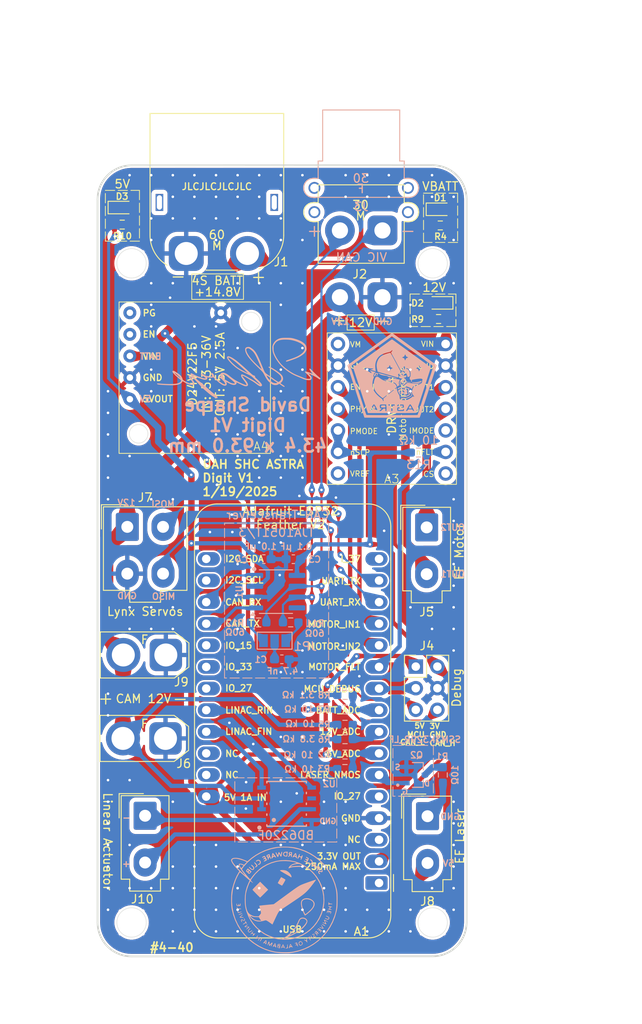
<source format=kicad_pcb>
(kicad_pcb (version 20241229) (generator "pcbnew") (generator_version "9.0")
  (title_block (title "Digit ESP32 2025") (date "2025-01-19") (rev "1.2") (company "UAH SHC ASTRA") (comment 1 "Created by David Sharpe"))
  (layers (0 "F.Cu" signal) (2 "B.Cu" signal) (13 "F.Paste" user) (15 "B.Paste" user) (5 "F.SilkS" user "F.Silkscreen") (7 "B.SilkS" user "B.Silkscreen") (1 "F.Mask" user) (3 "B.Mask" user) (25 "Edge.Cuts" user))
  (net 0 "")
  (net 1 "/BATT_ADC")
  (net 2 "/5V_ADC")
  (net 4 "+3.3V")
  (net 5 "/LASER_NMOS")
  (net 6 "/UART_MOSI")
  (net 7 "/MOTOR_FLT")
  (net 9 "/I2C_SDA")
  (net 13 "/CAN_TX")
  (net 14 "/12V_ADC")
  (net 15 "/I2C_SCL")
  (net 16 "/CAN_RX")
  (net 18 "GND")
  (net 19 "/UART_MISO")
  (net 20 "+5V")
  (net 21 "+BATT")
  (net 22 "+12V")
  (net 23 "/CAN_H")
  (net 24 "/CAN_L")
  (net 25 "Net-(Q2-Pad3)")
  (net 26 "Net-(JP1-C)")
  (net 27 "Net-(D1-A)")
  (net 28 "Net-(D2-A)")
  (net 29 "Net-(D3-A)")
  (net 30 "Net-(JP1-A)")
  (net 31 "Net-(JP1-B)")
  (net 32 "Net-(J8-Pin_1)")
  (net 35 "/MOTOR_IN2")
  (net 36 "/MOTOR_IN1")
  (net 39 "/MOTOR_OUT1")
  (net 41 "/MOTOR_OUT2")
  (net 44 "/MCU_DEBUG")
  (net 48 "/LINAC_RIN")
  (net 49 "/LINAC_FIN")
  (net 50 "/LINAC_NEG")
  (net 51 "/LINAC_POS")
  (footprint "Digit:DRV8874" (layer "F.Cu") (at 51.47 71.94)
    (property "Reference" "A3")
    (property "Value" "DRV8874")
  )
  (footprint "Module:Adafruit_Feather" (layer "F.Cu") (at 57.57 118.805 180)
    (property "Reference" "A1")
    (property "Value" "Adafruit Feather ESP32 V2")
  )
  (footprint "Connector_AMASS:AMASS_XT30U-F_1x02_P5.0mm_Vertical" (layer "F.Cu") (at 32.5 92 180)
    (property "Reference" "J9")
    (property "Value" "CAM 12V")
  )
  (footprint "Connector_AMASS:AMASS_XT60PW-M_1x02_P7.20mm_Horizontal" (layer "F.Cu") (at 34.9 44.8)
    (property "Reference" "J1" (hide yes))
    (property "Value" "4s Batt" (hide yes))
  )
  (footprint "Digit:4-40 Mounting Hole" (layer "F.Cu") (at 63.875 45.955 -90)
    (property "Reference" "REF**" (hide yes))
    (property "Value" "4-40 Mounting Hole" (hide yes))
    (fp_circle (center 0 0) (end 1.725 0) (stroke (width 0.05)) (fill no) (layer "Edge.Cuts"))
  )
  (footprint "Digit:4-40 Mounting Hole" (layer "F.Cu") (at 63.875 123.445 -90)
    (property "Reference" "REF**" (hide yes))
    (property "Value" "4-40 Mounting Hole" (hide yes))
    (fp_circle (center 0 0) (end 1.725 0) (stroke (width 0.05)) (fill no) (layer "Edge.Cuts"))
  )
  (footprint "Connector_Molex:Molex_Mini-Fit_Jr_5566-02A_2x01_P4.20mm_Vertical" (layer "F.Cu") (at 63.17 77)
    (property "Reference" "J5")
    (property "Value" "EF Motor")
  )
  (footprint "LED_SMD:LED_0603_1608Metric_Pad1.05x0.95mm_HandSolder" (layer "F.Cu") (at 27.37 39.4)
    (property "Reference" "D3")
    (property "Value" "5V")
  )
  (footprint "Connector_PinHeader_2.54mm:PinHeader_2x03_P2.54mm_Vertical" (layer "F.Cu") (at 61.889564 93.366282)
    (property "Reference" "J4")
    (property "Value" "Debug")
  )
  (footprint "Digit:4-40 Mounting Hole" (layer "F.Cu") (at 28.47 45.955 90)
    (property "Reference" "REF**" (hide yes))
    (property "Value" "4-40 Mounting Hole" (hide yes))
    (fp_circle (center 0 0) (end 1.725 0) (stroke (width 0.05)) (fill no) (layer "Edge.Cuts"))
  )
  (footprint "Digit:D24V22Fx" (layer "F.Cu") (at 44.8 50.5 -90)
    (property "Reference" "A4")
    (property "Value" "D24V22F5")
    (fp_circle (center 15.5 15.5) (end 16.59 15.5) (stroke (width 0.05)) (fill no) (layer "Edge.Cuts"))
    (fp_circle (center 2.3 2.3) (end 3.39 2.3) (stroke (width 0.05)) (fill no) (layer "Edge.Cuts"))
  )
  (footprint "Digit:4-40 Mounting Hole" (layer "F.Cu") (at 28.47 123.445 90)
    (property "Reference" "REF**" (hide yes))
    (property "Value" "4-40" (hide yes))
    (fp_circle (center 0 0) (end 1.725 0) (stroke (width 0.05)) (fill no) (layer "Edge.Cuts"))
  )
  (footprint "Resistor_SMD:R_0603_1608Metric_Pad0.98x0.95mm_HandSolder" (layer "F.Cu") (at 64.57 52.505 180)
    (property "Reference" "R9")
    (property "Value" "R_12V" (hide yes))
  )
  (footprint "LED_SMD:LED_0603_1608Metric_Pad1.05x0.95mm_HandSolder" (layer "F.Cu") (at 64.595 50.605 180)
    (property "Reference" "D2")
    (property "Value" "12V")
  )
  (footprint "Connector_AMASS:AMASS_XT30U-F_1x02_P5.0mm_Vertical" (layer "F.Cu") (at 32.46 101.81 180)
    (property "Reference" "J6")
    (property "Value" "Cam 1 Pwr Conn" (hide yes))
  )
  (footprint "Resistor_SMD:R_0603_1608Metric_Pad0.98x0.95mm_HandSolder" (layer "F.Cu") (at 64.77 41.505)
    (property "Reference" "R4")
    (property "Value" "R_BATT" (hide yes))
  )
  (footprint "Connector_Molex:Molex_Mini-Fit_Jr_5566-02A_2x01_P4.20mm_Vertical" (layer "F.Cu") (at 63.27 110.955)
    (property "Reference" "J8")
    (property "Value" "EF Laser")
  )
  (footprint "Resistor_SMD:R_0603_1608Metric_Pad0.98x0.95mm_HandSolder" (layer "F.Cu") (at 27.37 41.405)
    (property "Reference" "R10")
    (property "Value" "R_5V" (hide yes))
  )
  (footprint "Connector_Molex:Molex_Mini-Fit_Jr_5566-02A_2x01_P4.20mm_Vertical" (layer "F.Cu") (at 30.06 110.9)
    (property "Reference" "J10")
    (property "Value" "Linear Actuator")
  )
  (footprint "Connector_AMASS:AMASS_XT30PW-M_1x02_P2.50mm_Horizontal" (layer "F.Cu") (at 57.97 49.94)
    (property "Reference" "J2")
    (property "Value" "12V")
  )
  (footprint "LED_SMD:LED_0603_1608Metric_Pad1.05x0.95mm_HandSolder" (layer "F.Cu") (at 64.77 39.605)
    (property "Reference" "D1")
    (property "Value" "VBATT")
  )
  (footprint "Connector_Molex:Molex_Mini-Fit_Jr_5566-04A_2x02_P4.20mm_Vertical" (layer "F.Cu") (at 27.97 76.94)
    (property "Reference" "J7")
    (property "Value" "Lynx Servos")
  )
  (footprint "Libraries:SOTFL95P240X88-3N" (layer "B.Cu") (at 61.87 106.105)
    (property "Reference" "Q2")
    (property "Value" "SSM3K329R_LF")
  )
  (footprint "Digit:SOP8_ROM" (layer "B.Cu") (at 46.7 109.5)
    (property "Reference" "U2")
    (property "Value" "BD6220F")
  )
  (footprint "Resistor_SMD:R_0603_1608Metric_Pad0.98x0.95mm_HandSolder" (layer "B.Cu") (at 47.18 88.17)
    (property "Reference" "R11")
    (property "Value" "60Ω")
  )
  (footprint "Capacitor_SMD:C_0603_1608Metric_Pad1.08x0.95mm_HandSolder" (layer "B.Cu") (at 46.14 92.51 180)
    (property "Reference" "C1")
    (property "Value" "4.7 nF")
  )
  (footprint "Resistor_SMD:R_0603_1608Metric_Pad0.98x0.95mm_HandSolder" (layer "B.Cu") (at 53.57 103.705)
    (property "Reference" "R2")
    (property "Value" "10 kΩ")
  )
  (footprint "LOGO" (layer "B.Cu") (at 46.19 120.86 180)
    (property "Reference" "G***" (hide yes))
    (property "Value" "LOGO" (hide yes))
  )
  (footprint "LOGO" (layer "B.Cu") (at 40.524303 58.239572 180)
    (property "Reference" "G***" (hide yes))
    (property "Value" "LOGO" (hide yes))
  )
  (footprint "Capacitor_SMD:C_0603_1608Metric_Pad1.08x0.95mm_HandSolder" (layer "B.Cu") (at 47.49 80.74)
    (property "Reference" "C3")
    (property "Value" "0.1 μF")
  )
  (footprint "Resistor_SMD:R_0603_1608Metric_Pad0.98x0.95mm_HandSolder" (layer "B.Cu") (at 62.22 68.205)
    (property "Reference" "R13")
    (property "Value" "10 kΩ")
  )
  (footprint "Resistor_SMD:R_0603_1608Metric_Pad0.98x0.95mm_HandSolder" (layer "B.Cu") (at 53.57 96.705 180)
    (property "Reference" "R8")
    (property "Value" "3.1 kΩ")
  )
  (footprint "Jumper:SolderJumper-3_P1.3mm_Open_Pad1.0x1.5mm" (layer "B.Cu") (at 45.29 90.32 180)
    (property "Reference" "JP1")
    (property "Value" "CAN Term Jmp")
  )
  (footprint "Connector_AMASS:AMASS_XT30PW-F_1x02_P2.50mm_Horizontal" (layer "B.Cu") (at 57.97 42.09 180)
    (property "Reference" "J3")
    (property "Value" "VIC CAN")
  )
  (footprint "Resistor_SMD:R_0603_1608Metric_Pad0.98x0.95mm_HandSolder" (layer "B.Cu") (at 65.07 106.105 -90)
    (property "Reference" "R1")
    (property "Value" "10Ω")
  )
  (footprint "Resistor_SMD:R_0603_1608Metric_Pad0.98x0.95mm_HandSolder" (layer "B.Cu") (at 43.41 88.18)
    (property "Reference" "R12")
    (property "Value" "60Ω")
  )
  (footprint "Resistor_SMD:R_0603_1608Metric_Pad0.98x0.95mm_HandSolder" (layer "B.Cu") (at 53.57 101.905 180)
    (property "Reference" "R6")
    (property "Value" "3.8 kΩ")
  )
  (footprint "Resistor_SMD:R_0603_1608Metric_Pad0.98x0.95mm_HandSolder" (layer "B.Cu") (at 53.57 98.405)
    (property "Reference" "R7")
    (property "Value" "10 kΩ")
  )
  (footprint "Capacitor_SMD:C_0603_1608Metric_Pad1.08x0.95mm_HandSolder" (layer "B.Cu") (at 44.02 80.73)
    (property "Reference" "C4")
    (property "Value" "1.0 μF")
  )
  (footprint "Digit:ASTRA_Logo_11mm" (layer "B.Cu") (at 59.1 59 180)
    (property "Reference" "G***" (hide yes))
    (property "Value" "LOGO" (hide yes))
  )
  (footprint "Resistor_SMD:R_0603_1608Metric_Pad0.98x0.95mm_HandSolder" (layer "B.Cu") (at 53.57 100.205)
    (property "Reference" "R5")
    (property "Value" "10 kΩ")
  )
  (footprint "Package_SO:SOIC-8_3.9x4.9mm_P1.27mm" (layer "B.Cu") (at 45.445 84.555)
    (property "Reference" "U1")
    (property "Value" "TJA1051T/3")
  )
  (footprint "Resistor_SMD:R_0603_1608Metric_Pad0.98x0.95mm_HandSolder" (layer "B.Cu") (at 53.5575 105.405 180)
    (property "Reference" "R3")
    (property "Value" "10 kΩ")
  )
  (gr_rect (start 62.8 37.71) (end 66.81 43.5) (stroke (width 0.1) (type dash)) (fill no) (layer "F.SilkS"))
  (gr_rect (start 53.82 52.03) (end 57 53.8) (stroke (width 0.1)) (fill no) (layer "F.SilkS"))
  (gr_rect (start 25.39 37.38) (end 29.4 43.35) (stroke (width 0.1) (type dash)) (fill no) (layer "F.SilkS"))
  (gr_rect (start 61.22 49.57) (end 66.61 53.39) (stroke (width 0.1) (type dash)) (fill no) (layer "F.SilkS"))
  (gr_rect (start 35.55 47.2) (end 41.63 50.2) (stroke (width 0.1)) (fill no) (layer "F.SilkS"))
  (gr_rect (start 39.4 76.5) (end 51.64 94.71) (stroke (width 0.1) (type dash)) (fill no) (layer "B.SilkS"))
  (gr_circle (center 42.9 81.9) (end 43.1 81.9) (stroke (width 0.1)) (fill yes) (layer "B.SilkS"))
  (gr_circle (center 43.5 112.3) (end 43.7 112.3) (stroke (width 0.1)) (fill yes) (layer "B.SilkS"))
  (gr_rect (start 40.61 106.44) (end 52.6 113.99) (stroke (width 0.1) (type dash)) (fill no) (layer "B.SilkS"))
  (gr_rect (start 59.2 102.63) (end 63.96 108.6) (stroke (width 0.1) (type dash)) (fill no) (layer "B.SilkS"))
  (gr_arc (start 67.866572 123.425) (mid 66.697976 126.250436) (end 63.875 127.424963) (stroke (width 0.2)) (layer "Edge.Cuts"))
  (gr_line (start 24.47 38.44) (end 24.47 123.44) (stroke (width 0.2)) (layer "Edge.Cuts"))
  (gr_arc (start 28.47 127.44) (mid 25.641573 126.268427) (end 24.47 123.44) (stroke (width 0.2)) (layer "Edge.Cuts"))
  (gr_line (start 63.866573 34.425) (end 28.47 34.44) (stroke (width 0.2)) (layer "Edge.Cuts"))
  (gr_arc (start 63.866573 34.425027) (mid 66.694998 35.596582) (end 67.866573 38.425) (stroke (width 0.2)) (layer "Edge.Cuts"))
  (gr_line (start 63.875 127.425) (end 28.47 127.44) (stroke (width 0.2)) (layer "Edge.Cuts"))
  (gr_line (start 67.866573 123.425) (end 67.866573 38.425) (stroke (width 0.2)) (layer "Edge.Cuts"))
  (gr_arc (start 24.47 38.44) (mid 25.641573 35.611573) (end 28.47 34.44) (stroke (width 0.2)) (layer "Edge.Cuts"))
  (gr_text "UART_RX" (at 55.5 85.8 0) (layer "F.SilkS") (effects (font (size 0.75 0.75) (thickness 0.15) (bold yes)) (justify right)))
  (gr_text "4S BATT" (at 38.55 48 0) (layer "F.SilkS") (effects (font (size 1 1))))
  (gr_text "MCU" (at 63.03 101.74 0) (layer "F.SilkS") (effects (font (size 0.64 0.64) (thickness 0.15) (bold yes)) (justify right bottom)))
  (gr_text "JLCJLCJLCJLC" (at 38.5 37.4 0) (layer "F.SilkS") (effects (font (size 0.8 0.8) (thickness 0.15) (bold yes)) (justify bottom)))
  (gr_text "NC" (at 39.4 106.1 0) (layer "F.SilkS") (effects (font (size 0.75 0.75) (thickness 0.15) (bold yes)) (justify left)))
  (gr_text "MCU_DEBUG" (at 55.5 96 0) (layer "F.SilkS") (effects (font (size 0.75 0.75) (thickness 0.15) (bold yes)) (justify right)))
  (gr_text "MOTOR_IN2" (at 55.5 91 0) (layer "F.SilkS") (effects (font (size 0.75 0.75) (thickness 0.15) (bold yes)) (justify right)))
  (gr_text "3V" (at 63.43 100.74 0) (layer "F.SilkS") (effects (font (size 0.64 0.64) (thickness 0.15) (bold yes)) (justify left bottom)))
  (gr_text "I_37" (at 55.5 80.7 0) (layer "F.SilkS") (effects (font (size 0.75 0.75) (thickness 0.15) (bold yes)) (justify right)))
  (gr_text "EN" (at 29.7 54.3 0) (layer "F.SilkS") (effects (font (size 0.75 0.75) (thickness 0.15) (bold yes)) (justify left)))
  (gr_text "LASER_NMOS" (at 55.5 106.1 0) (layer "F.SilkS") (effects (font (size 0.75 0.75) (thickness 0.15) (bold yes)) (justify right)))
  (gr_text "BATT_ADC" (at 55.5 98.5 0) (layer "F.SilkS") (effects (font (size 0.75 0.75) (thickness 0.15) (bold yes)) (justify right)))
  (gr_text "#4-40" (at 30.52 125.8 0) (layer "F.SilkS") (effects (font (size 1 1) (thickness 0.2) (bold yes)) (justify left top)))
  (gr_text "GND" (at 55.5 111.2 0) (layer "F.SilkS") (effects (font (size 0.75 0.75) (thickness 0.15) (bold yes)) (justify right)))
  (gr_text "VIN" (at 29.7 56.9 0) (layer "F.SilkS") (effects (font (size 0.75 0.75) (thickness 0.15) (bold yes)) (justify left)))
  (gr_text "3.3V OUT\n250mA MAX" (at 55.52 116.27 0) (layer "F.SilkS") (effects (font (size 0.75 0.75) (thickness 0.15) (bold yes)) (justify right)))
  (gr_text "UAH SHC ASTRA\nDigit V1\n1/19/2025" (at 36.7 69 0) (layer "F.SilkS") (effects (font (size 1 1) (thickness 0.2) (bold yes)) (justify left top)))
  (gr_text "12V_ADC" (at 55.5 101 0) (layer "F.SilkS") (effects (font (size 0.75 0.75) (thickness 0.15) (bold yes)) (justify right)))
  (gr_text "CAN_H" (at 63.43 102.74 0) (layer "F.SilkS") (effects (font (size 0.64 0.64) (thickness 0.15) (bold yes)) (justify left bottom)))
  (gr_text "I2C_SCL" (at 39.4 83.2 0) (layer "F.SilkS") (effects (font (size 0.75 0.75) (thickness 0.15) (bold yes)) (justify left)))
  (gr_text "IO_27" (at 39.4 95.9 0) (layer "F.SilkS") (effects (font (size 0.75 0.75) (thickness 0.15) (bold yes)) (justify left)))
  (gr_text "CAN_RX" (at 39.4 85.8 0) (layer "F.SilkS") (effects (font (size 0.75 0.75) (thickness 0.15) (bold yes)) (justify left)))
  (gr_text "USB" (at 47.37 124.705 0) (layer "F.SilkS") (effects (font (size 0.75 0.75) (thickness 0.15) (bold yes)) (justify bottom)))
  (gr_text "NC" (at 55.5 113.7 0) (layer "F.SilkS") (effects (font (size 0.75 0.75) (thickness 0.15) (bold yes)) (justify right)))
  (gr_text "5VOUT" (at 29.7 61.9 0) (layer "F.SilkS") (effects (font (size 0.75 0.75) (thickness 0.15) (bold yes)) (justify left)))
  (gr_text "LINAC_FIN" (at 39.4 101 0) (layer "F.SilkS") (effects (font (size 0.75 0.75) (thickness 0.15) (bold yes)) (justify left)))
  (gr_text "MOTOR_IN1" (at 55.5 88.4 0) (layer "F.SilkS") (effects (font (size 0.75 0.75) (thickness 0.15) (bold yes)) (justify right)))
  (gr_text "IO_15" (at 39.4 90.9 0) (layer "F.SilkS") (effects (font (size 0.75 0.75) (thickness 0.15) (bold yes)) (justify left)))
  (gr_text "F" (at 30 100.1 0) (layer "F.SilkS") (effects (font (size 1 1) (thickness 0.15) (bold yes))))
  (gr_text "Adafruit ESP32\nFeather V2" (at 47.18 75.89 0) (layer "F.SilkS") (effects (font (size 1 1))))
  (gr_text "F" (at 30 90.2 0) (layer "F.SilkS") (effects (font (size 1 1) (thickness 0.15) (bold yes))))
  (gr_text "UART_TX" (at 55.5 83.3 0) (layer "F.SilkS") (effects (font (size 0.75 0.75) (thickness 0.15) (bold yes)) (justify right)))
  (gr_text "IN: 5.3-36V\nOUT: 5V 2.5A" (at 38.08 59 90) (layer "F.SilkS") (effects (font (size 1 1))))
  (gr_text "GND" (at 63.43 101.74 0) (layer "F.SilkS") (effects (font (size 0.64 0.64) (thickness 0.15) (bold yes)) (justify left bottom)))
  (gr_text "MOTOR_FLT" (at 55.5 93.4 0) (layer "F.SilkS") (effects (font (size 0.75 0.75) (thickness 0.15) (bold yes)) (justify right)))
  (gr_text "CAN_L" (at 63.03 102.64 0) (layer "F.SilkS") (effects (font (size 0.64 0.64) (thickness 0.15) (bold yes)) (justify right bottom)))
  (gr_text "IO_27" (at 55.5 108.6 0) (layer "F.SilkS") (effects (font (size 0.75 0.75) (thickness 0.15) (bold yes)) (justify right)))
  (gr_text "GND" (at 29.7 59.4 0) (layer "F.SilkS") (effects (font (size 0.75 0.75) (thickness 0.15) (bold yes)) (justify left)))
  (gr_text "M" (at 55.4 40.4 0) (layer "F.SilkS") (effects (font (size 1 1) (thickness 0.15) (bold yes))))
  (gr_text "NC" (at 39.4 103.6 0) (layer "F.SilkS") (effects (font (size 0.75 0.75) (thickness 0.15) (bold yes)) (justify left)))
  (gr_text "5V" (at 63.01 100.7 0) (layer "F.SilkS") (effects (font (size 0.64 0.64) (thickness 0.15) (bold yes)) (justify right bottom)))
  (gr_text "CAN_TX" (at 39.4 88.3 0) (layer "F.SilkS") (effects (font (size 0.75 0.75) (thickness 0.15) (bold yes)) (justify left)))
  (gr_text "IO_33" (at 39.4 93.4 0) (layer "F.SilkS") (effects (font (size 0.75 0.75) (thickness 0.15) (bold yes)) (justify left)))
  (gr_text "M" (at 38.5 43.9 0) (layer "F.SilkS") (effects (font (size 1 1) (thickness 0.15) (bold yes))))
  (gr_text "PG" (at 29.7 51.8 0) (layer "F.SilkS") (effects (font (size 0.75 0.75) (thickness 0.15) (bold yes)) (justify left)))
  (gr_text "5V_ADC" (at 55.5 103.6 0) (layer "F.SilkS") (effects (font (size 0.75 0.75) (thickness 0.15) (bold yes)) (justify right)))
  (gr_text "30" (at 55.4 39.1 0) (layer "F.SilkS") (effects (font (size 1 1) (thickness 0.15) (bold yes))))
  (gr_text "+14.8V" (at 38.58 49.33 0) (layer "F.SilkS") (effects (font (size 1 1))))
  (gr_text "60" (at 38.5 42.6 0) (layer "F.SilkS") (effects (font (size 1 1) (thickness 0.15) (bold yes))))
  (gr_text "I2C_SDA" (at 39.4 80.7 0) (layer "F.SilkS") (effects (font (size 0.75 0.75) (thickness 0.15) (bold yes)) (justify left)))
  (gr_text "LINAC_RIN" (at 39.4 98.5 0) (layer "F.SilkS") (effects (font (size 0.75 0.75) (thickness 0.15) (bold yes)) (justify left)))
  (gr_text "5V 1A IN" (at 39.25 108.76 0) (layer "F.SilkS") (effects (font (size 0.75 0.75) (thickness 0.15) (bold yes)) (justify left)))
  (gr_text "David Sharpe\nDigit V1\n43.4 x 93.0 mm" (at 42.11 61.7 0) (layer "B.SilkS") (effects (font (size 1.5 1.5) (thickness 0.3) (bold yes)) (justify top mirror)))
  (gr_text "MOSI" (at 32.17 74.27 0) (layer "B.SilkS") (effects (font (size 0.75 0.75) (thickness 0.15) (bold yes)) (justify mirror)))
  (gr_text "MISO" (at 32.24 85.12 0) (layer "B.SilkS") (effects (font (size 0.75 0.75) (thickness 0.15) (bold yes)) (justify mirror)))
  (gr_text "D" (at 63.21 107.11 0) (layer "B.SilkS") (effects (font (size 0.64 0.64) (thickness 0.15) (bold yes)) (justify mirror)))
  (gr_text "-" (at 27.86 111.12 0) (layer "B.SilkS") (effects (font (size 0.75 0.75) (thickness 0.15) (bold yes)) (justify mirror)))
  (gr_text "30" (at 55.43 35.97 0) (layer "B.SilkS") (effects (font (size 1 1) (thickness 0.15) (bold yes)) (justify mirror)))
  (gr_text "GND" (at 50.48 111.16 0) (layer "B.SilkS") (effects (font (size 0.64 0.64) (thickness 0.15) (bold yes)) (justify right top mirror)))
  (gr_text "GND" (at 58 52.8 0) (layer "B.SilkS") (effects (font (size 0.75 0.75) (thickness 0.15) (bold yes)) (justify mirror)))
  (gr_text "12V" (at 27.86 74.1 0) (layer "B.SilkS") (effects (font (size 0.75 0.75) (thickness 0.15) (bold yes)) (justify mirror)))
  (gr_text "OUT2" (at 64.7 77 0) (layer "B.SilkS") (effects (font (size 0.75 0.75) (thickness 0.15) (bold yes)) (justify right mirror)))
  (gr_text "GND" (at 27.94 85.05 0) (layer "B.SilkS") (effects (font (size 0.75 0.75) (thickness 0.15) (bold yes)) (justify mirror)))
  (gr_text "S" (at 59.75 105.13 180) (layer "B.SilkS") (effects (font (size 0.64 0.64) (thickness 0.15) (bold yes)) (justify mirror)))
  (gr_text "F" (at 55.4 37.2 0) (layer "B.SilkS") (effects (font (size 1 1) (thickness 0.15) (bold yes)) (justify mirror)))
  (gr_text "+" (at 27.84 116.54 0) (layer "B.SilkS") (effects (font (size 0.75 0.75) (thickness 0.15) (bold yes)) (justify mirror)))
  (gr_text "CAN Transceiver" (at 45.67 76.12 0) (layer "B.SilkS") (effects (font (size 1 1)) (justify bottom mirror)))
  (gr_text "G" (at 60.63 108.08 0) (layer "B.SilkS") (effects (font (size 0.64 0.64) (thickness 0.15) (bold yes)) (justify mirror)))
  (gr_text "5V" (at 30.1 61.9 0) (layer "B.SilkS") (effects (font (size 0.75 0.75) (thickness 0.15) (bold yes)) (justify mirror)))
  (gr_text "GND" (at 64.7 111 0) (layer "B.SilkS") (effects (font (size 0.75 0.75) (thickness 0.15) (bold yes)) (justify right mirror)))
  (gr_text "BATT" (at 30.7 56.9 0) (layer "B.SilkS") (effects (font (size 0.75 0.75) (thickness 0.15) (bold yes)) (justify mirror)))
  (gr_text "5V" (at 64.97 116.49 0) (layer "B.SilkS") (effects (font (size 0.75 0.75) (thickness 0.15) (bold yes)) (justify right mirror)))
  (gr_text "OUT1" (at 64.7 82.5 0) (layer "B.SilkS") (effects (font (size 0.75 0.75) (thickness 0.15) (bold yes)) (justify right mirror)))
  (gr_text "12V" (at 53 52.8 0) (layer "B.SilkS") (effects (font (size 0.75 0.75) (thickness 0.15) (bold yes)) (justify mirror)))
  (segment (start 54.4825 96.705) (end 54.4825 98.405) (width 0.5) (layer "B.Cu") (net 1))
  (segment (start 54.4825 98.405) (end 57.49 98.405) (width 0.5) (layer "B.Cu") (net 1))
  (segment (start 57.49 98.405) (end 57.57 98.485) (width 0.5) (layer "B.Cu") (net 1))
  (segment (start 54.4825 105.3925) (end 54.47 105.405) (width 0.5) (layer "B.Cu") (net 2))
  (segment (start 54.4825 103.705) (end 54.4825 105.3925) (width 0.5) (layer "B.Cu") (net 2))
  (segment (start 57.57 103.565) (end 54.6225 103.565) (width 0.5) (layer "B.Cu") (net 2))
  (segment (start 54.6225 103.565) (end 54.4825 103.705) (width 0.5) (layer "B.Cu") (net 2))
  (segment (start 60.4 108.66) (end 60.4 113.435) (width 0.5) (layer "F.Cu") (net 4))
  (segment (start 56.5 79) (end 58.1 79) (width 0.5) (layer "F.Cu") (net 4))
  (segment (start 58.1 79) (end 59.2 80.1) (width 0.5) (layer "F.Cu") (net 4))
  (segment (start 59.2 88.136718) (end 64.429564 93.366282) (width 0.5) (layer "F.Cu") (net 4))
  (segment (start 64.429564 93.366282) (end 65.92 94.856718) (width 0.5) (layer "F.Cu") (net 4))
  (segment (start 65.92 94.856718) (end 65.92 103.14) (width 0.5) (layer "F.Cu") (net 4))
  (segment (start 60.4 113.435) (end 57.57 116.265) (width 0.5) (layer "F.Cu") (net 4))
  (segment (start 65.92 103.14) (end 60.4 108.66) (width 0.5) (layer "F.Cu") (net 4))
  (segment (start 59.2 80.1) (end 59.2 88.136718) (width 0.5) (layer "F.Cu") (net 4))
  (via (at 56.5 79) (size 0.75) (drill 0.3) (layers "F.Cu" "B.Cu") (net 4))
  (segment (start 61.3075 68.205) (end 56.9 68.205) (width 0.5) (layer "B.Cu") (net 4))
  (segment (start 56.5 68.7) (end 56.5 68.205) (width 0.5) (layer "B.Cu") (net 4))
  (segment (start 56.5 68.205) (end 56.1 68.205) (width 0.5) (layer "B.Cu") (net 4))
  (segment (start 56.5 68.605) (end 56.9 68.205) (width 0.5) (layer "B.Cu") (net 4))
  (segment (start 56.5 68.605) (end 56.1 68.205) (width 0.5) (layer "B.Cu") (net 4))
  (segment (start 52.815 68.205) (end 52.74 68.13) (width 0.5) (layer "B.Cu") (net 4))
  (segment (start 56.5 68.7) (end 56.5 68.605) (width 0.5) (layer "B.Cu") (net 4))
  (segment (start 56.5 79) (end 56.5 68.7) (width 0.5) (layer "B.Cu") (net 4))
  (segment (start 56.9 68.205) (end 56.5 68.205) (width 0.5) (layer "B.Cu") (net 4))
  (segment (start 47.92 81.1725) (end 47.92 82.65) (width 0.5) (layer "B.Cu") (net 4))
  (segment (start 52.74 68.13) (end 52.74 65.6) (width 0.5) (layer "B.Cu") (net 4))
  (segment (start 56.1 68.205) (end 52.815 68.205) (width 0.5) (layer "B.Cu") (net 4))
  (segment (start 56.5 79) (end 50.0925 79) (width 0.5) (layer "B.Cu") (net 4))
  (segment (start 48.3525 80.74) (end 47.92 81.1725) (width 0.5) (layer "B.Cu") (net 4))
  (segment (start 50.0925 79) (end 48.3525 80.74) (width 0.5) (layer "B.Cu") (net 4))
  (segment (start 60.785 107.055) (end 58.52 107.055) (width 0.5) (layer "B.Cu") (net 5))
  (segment (start 58.52 107.055) (end 57.57 106.105) (width 0.5) (layer "B.Cu") (net 5))
  (segment (start 52.8 75.4) (end 52.8 79.935) (width 0.25) (layer "F.Cu") (net 6))
  (segment (start 52.8 79.935) (end 53.07 80.205) (width 0.25) (layer "F.Cu") (net 6))
  (via (at 53.07 80.205) (size 0.75) (drill 0.3) (layers "F.Cu" "B.Cu") (net 6))
  (via (at 52.8 75.4) (size 0.75) (drill 0.3) (layers "F.Cu" "B.Cu") (net 6))
  (segment (start 53.07 80.205) (end 56.11 83.245) (width 0.25) (layer "B.Cu") (net 6))
  (segment (start 34.68 74.43) (end 32.17 76.94) (width 0.25) (layer "B.Cu") (net 6))
  (segment (start 52.8 75.4) (end 51.83 74.43) (width 0.25) (layer "B.Cu") (net 6))
  (segment (start 51.83 74.43) (end 34.68 74.43) (width 0.25) (layer "B.Cu") (net 6))
  (segment (start 56.11 83.245) (end 57.57 83.245) (width 0.25) (layer "B.Cu") (net 6))
  (segment (start 60 90.975) (end 57.57 93.405) (width 0.5) (layer "B.Cu") (net 7))
  (segment (start 65.4 68.13) (end 63.2075 68.13) (width 0.5) (layer "B.Cu") (net 7))
  (segment (start 63.1325 68.205) (end 63.1325 69.5425) (width 0.5) (layer "B.Cu") (net 7))
  (segment (start 63.1325 69.5425) (end 60 72.675) (width 0.5) (layer "B.Cu") (net 7))
  (segment (start 60 72.675) (end 60 90.975) (width 0.5) (layer "B.Cu") (net 7))
  (segment (start 63.2075 68.13) (end 63.1325 68.205) (width 0.5) (layer "B.Cu") (net 7))
  (segment (start 38.875 88.325) (end 37.25 88.325) (width 0.35) (layer "B.Cu") (net 13))
  (segment (start 42.97 86.46) (end 40.74 86.46) (width 0.35) (layer "B.Cu") (net 13))
  (segment (start 40.74 86.46) (end 38.875 88.325) (width 0.35) (layer "B.Cu") (net 13))
  (segment (start 54.4825 101.905) (end 56.69 101.905) (width 0.5) (layer "B.Cu") (net 14))
  (segment (start 54.4825 100.205) (end 54.4825 101.905) (width 0.5) (layer "B.Cu") (net 14))
  (segment (start 56.69 101.905) (end 57.57 101.025) (width 0.5) (layer "B.Cu") (net 14))
  (segment (start 54.4825 100.205) (end 54.6825 100.405) (width 0.5) (layer "B.Cu") (net 14))
  (segment (start 54.6825 101.705) (end 54.4825 101.905) (width 0.5) (layer "B.Cu") (net 14))
  (segment (start 40.385 82.65) (end 37.25 85.785) (width 0.25) (layer "B.Cu") (net 16))
  (segment (start 42.97 82.65) (end 40.385 82.65) (width 0.25) (layer "B.Cu") (net 16))
  (via (at 46.02 94.015) (size 0.75) (drill 0.3) (layers "F.Cu" "B.Cu") (net 18))
  (via (at 58.72 63.535) (size 0.75) (drill 0.3) (layers "F.Cu" "B.Cu") (net 18))
  (via (at 40.25 75.5) (size 0.75) (drill 0.3) (layers "F.Cu" "B.Cu") (net 18))
  (via (at 40.94 66.075) (size 0.75) (drill 0.3) (layers "F.Cu" "B.Cu") (net 18))
  (via (at 52.5 83.75) (size 0.75) (drill 0.3) (layers "F.Cu" "B.Cu") (net 18))
  (via (at 43.48 124.495) (size 0.75) (drill 0.3) (layers "F.Cu" "B.Cu") (net 18))
  (via (at 35.86 114.335) (size 0.75) (drill 0.3) (layers "F.Cu" "B.Cu") (net 18))
  (via (at 53.64 121.955) (size 0.75) (drill 0.3) (layers "F.Cu" "B.Cu") (net 18))
  (via (at 25.7 119.415) (size 0.75) (drill 0.3) (layers "F.Cu" "B.Cu") (net 18))
  (via (at 25.7 99.095) (size 0.75) (drill 0.3) (layers "F.Cu" "B.Cu") (net 18))
  (via (at 38.4 116.875) (size 0.75) (drill 0.3) (layers "F.Cu" "B.Cu") (net 18))
  (via (at 28.24 106.715) (size 0.75) (drill 0.3) (layers "F.Cu" "B.Cu") (net 18))
  (via (at 28.24 114.335) (size 0.75) (drill 0.3) (layers "F.Cu" "B.Cu") (net 18))
  (via (at 33.32 121.955) (size 0.75) (drill 0.3) (layers "F.Cu" "B.Cu") (net 18))
  (via (at 66.34 116.875) (size 0.75) (drill 0.3) (layers "F.Cu" "B.Cu") (net 18))
  (via (at 66.34 83.855) (size 0.75) (drill 0.3) (layers "F.Cu" "B.Cu") (net 18))
  (via (at 33.32 35.595) (size 0.75) (drill 0.3) (layers "F.Cu" "B.Cu") (net 18))
  (via (at 51.1 119.415) (size 0.75) (drill 0.3) (layers "F.Cu" "B.Cu") (net 18))
  (via (at 47.89 108.27) (size 0.75) (drill 0.3) (layers "F.Cu" "B.Cu") (net 18))
  (via (at 48.2 73.3) (size 0.75) (drill 0.3) (layers "F.Cu" "B.Cu") (net 18))
  (via (at 51.1 116.875) (size 0.75) (drill 0.3) (layers "F.Cu" "B.Cu") (net 18))
  (via (at 53.64 114.335) (size 0.75) (drill 0.3) (layers "F.Cu" "B.Cu") (net 18))
  (via (at 66.34 86.395) (size 0.75) (drill 0.3) (layers "F.Cu" "B.Cu") (net 18))
  (via (at 40.94 91.475) (size 0.75) (drill 0.3) (layers "F.Cu" "B.Cu") (net 18))
  (via (at 53.64 35.595) (size 0.75) (drill 0.3) (layers "F.Cu" "B.Cu") (net 18))
  (via (at 56.18 121.955) (size 0.75) (drill 0.3) (layers "F.Cu" "B.Cu") (net 18))
  (via (at 33.32 38.135) (size 0.75) (drill 0.3) (layers "F.Cu" "B.Cu") (net 18))
  (via (at 33.32 124.495) (size 0.75) (drill 0.3) (layers "F.Cu" "B.Cu") (net 18))
  (via (at 46.02 68.615) (size 0.75) (drill 0.3) (layers "F.Cu" "B.Cu") (net 18))
  (via (at 51.1 114.335) (size 0.75) (drill 0.3) (layers "F.Cu" "B.Cu") (net 18))
  (via (at 43.48 121.955) (size 0.75) (drill 0.3) (layers "F.Cu" "B.Cu") (net 18))
  (via (at 61.26 86.395) (size 0.75) (drill 0.3) (layers "F.Cu" "B.Cu") (net 18))
  (via (at 38.4 53.375) (size 0.75) (drill 0.3) (layers "F.Cu" "B.Cu") (net 18))
  (via (at 53.64 119.415) (size 0.75) (drill 0.3) (layers "F.Cu" "B.Cu") (net 18))
  (via (at 33.32 119.415) (size 0.75) (drill 0.3) (layers "F.Cu" "B.Cu") (net 18))
  (via (at 56.18 35.595) (size 0.75) (drill 0.3) (layers "F.Cu" "B.Cu") (net 18))
  (via (at 38.4 35.595) (size 0.75) (drill 0.3) (layers "F.Cu" "B.Cu") (net 18))
  (via (at 40.94 38.135) (size 0.75) (drill 0.3) (layers "F.Cu" "B.Cu") (net 18))
  (via (at 30.78 73.695) (size 0.75) (drill 0.3) (layers "F.Cu" "B.Cu") (net 18))
  (via (at 43.48 38.135) (size 0.75) (drill 0.3) (layers "F.Cu" "B.Cu") (net 18))
  (via (at 43.48 68.615) (size 0.75) (drill 0.3) (layers "F.Cu" "B.Cu") (net 18))
  (via (at 48.56 48.295) (size 0.75) (drill 0.3) (layers "F.Cu" "B.Cu") (net 18))
  (via (at 38.4 58.455) (size 0.75) (drill 0.3) (layers "F.Cu" "B.Cu") (net 18))
  (via (at 48.56 121.955) (size 0.75) (drill 0.3) (layers "F.Cu" "B.Cu") (net 18))
  (via (at 48.56 63.535) (size 0.75) (drill 0.3) (layers "F.Cu" "B.Cu") (net 18))
  (via (at 46.02 66.075) (size 0.75) (drill 0.3) (layers "F.Cu" "B.Cu") (net 18))
  (via (at 43.48 119.415) (size 0.75) (drill 0.3) (layers "F.Cu" "B.Cu") (net 18))
  (via (at 35.86 38.135) (size 0.75) (drill 0.3) (layers "F.Cu" "B.Cu") (net 18))
  (via (at 48.56 124.495) (size 0.75) (drill 0.3) (layers "F.Cu" "B.Cu") (net 18))
  (via (at 38.4 119.415) (size 0.75) (drill 0.3) (layers "F.Cu" "B.Cu") (net 18))
  (via (at 46.02 124.495) (size 0.75) (drill 0.3) (layers "F.Cu" "B.Cu") (net 18))
  (via (at 58.72 121.955) (size 0.75) (drill 0.3) (layers "F.Cu" "B.Cu") (net 18))
  (via (at 48.56 71.155) (size 0.75) (drill 0.3) (layers "F.Cu" "B.Cu") (net 18))
  (via (at 25.7 111.795) (size 0.75) (drill 0.3) (layers "F.Cu" "B.Cu") (net 18))
  (via (at 33.32 48.295) (size 0.75) (drill 0.3) (layers "F.Cu" "B.Cu") (net 18))
  (via (at 43.48 48.295) (size 0.75) (drill 0.3) (layers "F.Cu" "B.Cu") (net 18))
  (via (at 25.7 68.615) (size 0.75) (drill 0.3) (layers "F.Cu" "B.Cu") (net 18))
  (via (at 46.02 50.835) (size 0.75) (drill 0.3) (layers "F.Cu" "B.Cu") (net 18))
  (via (at 33.32 109.255) (size 0.75) (drill 0.3) (layers "F.Cu" "B.Cu") (net 18))
  (via (at 66.34 114.335) (size 0.75) (drill 0.3) (layers "F.Cu" "B.Cu") (net 18))
  (via (at 40.94 124.495) (size 0.75) (drill 0.3) (layers "F.Cu" "B.Cu") (net 18))
  (via (at 28.24 86.395) (size 0.75) (drill 0.3) (layers "F.Cu" "B.Cu") (net 18))
  (via (at 53.64 116.875) (size 0.75) (drill 0.3) (layers "F.Cu" "B.Cu") (net 18))
  (via (at 58.72 66.075) (size 0.75) (drill 0.3) (layers "F.Cu" "B.Cu") (net 18))
  (via (at 63.8 35.595) (size 0.75) (drill 0.3) (layers "F.Cu" "B.Cu") (net 18))
  (via (at 40.94 81.315) (size 0.75) (drill 0.3) (layers "F.Cu" "B.Cu") (net 18))
  (via (at 33.32 40.675) (size 0.75) (drill 0.3) (layers "F.Cu" "B.Cu") (net 18))
  (via (at 61.26 48.295) (size 0.75) (drill 0.3) (layers "F.Cu" "B.Cu") (net 18))
  (via (at 52.5 73.5) (size 0.75) (drill 0.3) (layers "F.Cu" "B.Cu") (net 18))
  (via (at 33.32 73.695) (size 0.75) (drill 0.3) (layers "F.Cu" "B.Cu") (net 18))
  (via (at 40.94 55.915) (size 0.75) (drill 0.3) (layers "F.Cu" "B.Cu") (net 18))
  (via (at 46.02 109.255) (size 0.75) (drill 0.3) (layers "F.Cu" "B.Cu") (net 18))
  (via (at 38.5 72) (size 0.75) (drill 0.3) (layers "F.Cu" "B.Cu") (net 18))
  (via (at 43.48 35.595) (size 0.75) (drill 0.3) (layers "F.Cu" "B.Cu") (net 18))
  (via (at 53.64 111.795) (size 0.75) (drill 0.3) (layers "F.Cu" "B.Cu") (net 18))
  (via (at 30.78 35.595) (size 0.75) (drill 0.3) (layers "F.Cu" "B.Cu") (net 18))
  (via (at 25.7 106.715) (size 0.75) (drill 0.3) (layers "F.Cu" "B.Cu") (net 18))
  (via (at 30.78 88.935) (size 0.75) (drill 0.3) (layers "F.Cu" "B.Cu") (net 18))
  (via (at 41.91 110.06) (size 0.75) (drill 0.3) (layers "F.Cu" "B.Cu") (net 18))
  (via (at 63.8 38.135) (size 0.75) (drill 0.3) (layers "F.Cu" "B.Cu") (net 18))
  (via (at 58.72 60.995) (size 0.75) (drill 0.3) (layers "F.Cu" "B.Cu") (net 18))
  (via (at 40.94 40.675) (size 0.75) (drill 0.3) (layers "F.Cu" "B.Cu") (net 18))
  (via (at 66.34 76.235) (size 0.75) (drill 0.3) (layers "F.Cu" "B.Cu") (net 18))
  (via (at 28.24 119.415) (size 0.75) (drill 0.3) (layers "F.Cu" "B.Cu") (net 18))
  (via (at 46.02 106.715) (size 0.75) (drill 0.3) (layers "F.Cu" "B.Cu") (net 18))
  (via (at 46.02 40.675) (size 0.75) (drill 0.3) (layers "F.Cu" "B.Cu") (net 18))
  (via (at 48.56 116.875) (size 0.75) (drill 0.3) (layers "F.Cu" "B.Cu") (net 18))
  (via (at 38.4 124.495) (size 0.75) (drill 0.3) (layers "F.Cu" "B.Cu") (net 18))
  (via (at 58.72 35.595) (size 0.75) (drill 0.3) (layers "F.Cu" "B.Cu") (net 18))
  (via (at 48.56 35.595) (size 0.75) (drill 0.3) (layers "F.Cu" "B.Cu") (net 18))
  (via (at 48.56 68.615) (size 0.75) (drill 0.3) (layers "F.Cu" "B.Cu") (net 18))
  (via (at 51.1 106.715) (size 0.75) (drill 0.3) (layers "F.Cu" "B.Cu") (net 18))
  (via (at 38.4 55.915) (size 0.75) (drill 0.3) (layers "F.Cu" "B.Cu") (net 18))
  (via (at 25.7 116.875) (size 0.75) (drill 0.3) (layers "F.Cu" "B.Cu") (net 18))
  (via (at 33.32 86.395) (size 0.75) (drill 0.3) (layers "F.Cu" "B.Cu") (net 18))
  (via (at 63.8 88.935) (size 0.75) (drill 0.3) (layers "F.Cu" "B.Cu") (net 18))
  (via (at 48.56 55.915) (size 0.75) (drill 0.3) (layers "F.Cu" "B.Cu") (net 18))
  (via (at 33.32 88.935) (size 0.75) (drill 0.3) (layers "F.Cu" "B.Cu") (net 18))
  (via (at 61.26 124.495) (size 0.75) (drill 0.3) (layers "F.Cu" "B.Cu") (net 18))
  (via (at 38.4 43.215) (size 0.75) (drill 0.3) (layers "F.Cu" "B.Cu") (net 18))
  (via (at 25.7 63.535) (size 0.75) (drill 0.3) (layers "F.Cu" "B.Cu") (net 18))
  (via (at 35.86 60.995) (size 0.75) (drill 0.3) (layers "F.Cu" "B.Cu") (net 18))
  (via (at 53.64 38.135) (size 0.75) (drill 0.3) (layers "F.Cu" "B.Cu") (net 18))
  (via (at 53.3 90.9) (size 0.75) (drill 0.3) (layers "F.Cu" "B.Cu") (net 18))
  (via (at 51.1 124.495) (size 0.75) (drill 0.3) (layers "F.Cu" "B.Cu") (net 18))
  (via (at 35.86 116.875) (size 0.75) (drill 0.3) (layers "F.Cu" "B.Cu") (net 18))
  (via (at 53.64 109.255) (size 0.75) (drill 0.3) (layers "F.Cu" "B.Cu") (net 18))
  (via (at 63.8 86.395) (size 0.75) (drill 0.3) (layers "F.Cu" "B.Cu") (net 18))
  (via (at 46.02 35.595) (size 0.75) (drill 0.3) (layers "F.Cu" "B.Cu") (net 18))
  (via (at 25.7 96.555) (size 0.75) (drill 0.3) (layers "F.Cu" "B.Cu") (net 18))
  (via (at 35.86 55.915) (size 0.75) (drill 0.3) (layers "F.Cu" "B.Cu") (net 18))
  (via (at 66.34 73.695) (size 0.75) (drill 0.3) (layers "F.Cu" "B.Cu") (net 18))
  (via (at 25.7 109.255) (size 0.75) (drill 0.3) (layers "F.Cu" "B.Cu") (net 18))
  (via (at 33.32 116.875) (size 0.75) (drill 0.3) (layers "F.Cu" "B.Cu") (net 18))
  (via (at 58.72 71.155) (size 0.75) (drill 0.3) (layers "F.Cu" "B.Cu") (net 18))
  (via (at 61.26 53.375) (size 0.75) (drill 0.3) (layers "F.Cu" "B.Cu") (net 18))
  (via (at 46.02 63.535) (size 0.75) (drill 0.3) (layers "F.Cu" "B.Cu") (net 18))
  (via (at 46.02 121.955) (size 0.75) (drill 0.3) (layers "F.Cu" "B.Cu") (net 18))
  (via (at 48.56 91.475) (size 0.75) (drill 0.3) (layers "F.Cu" "B.Cu") (net 18))
  (via (at 40.94 68.615) (size 0.75) (drill 0.3) (layers "F.Cu" "B.Cu") (net 18))
  (via (at 30.78 40.675) (size 0.75) (drill 0.3) (layers "F.Cu" "B.Cu") (net 18))
  (via (at 55.25 94.5) (size 0.75) (drill 0.3) (layers "F.Cu" "B.Cu") (net 18))
  (via (at 56.18 124.495) (size 0.75) (drill 0.3) (layers "F.Cu" "B.Cu") (net 18))
  (via (at 25.7 60.995) (size 0.75) (drill 0.3) (layers "F.Cu" "B.Cu") (net 18))
  (via (at 66.34 81.315) (size 0.75) (drill 0.3) (layers "F.Cu" "B.Cu") (net 18))
  (via (at 42.78 102.47) (size 0.75) (drill 0.3) (layers "F.Cu" "B.Cu") (net 18))
  (via (at 61.26 58.455) (size 0.75) (drill 0.3) (layers "F.Cu" "B.Cu") (net 18))
  (via (at 66.34 111.795) (size 0.75) (drill 0.3) (layers "F.Cu" "B.Cu") (net 18))
  (via (at 66.34 119.415) (size 0.75) (drill 0.3) (layers "F.Cu" "B.Cu") (net 18))
  (via (at 43.48 63.535) (size 0.75) (drill 0.3) (layers "F.Cu" "B.Cu") (net 18))
  (via (at 48.56 43.215) (size 0.75) (drill 0.3) (layers "F.Cu" "B.Cu") (net 18))
  (via (at 35.86 58.455) (size 0.75) (drill 0.3) (layers "F.Cu" "B.Cu") (net 18))
  (via (at 43.48 60.995) (size 0.75) (drill 0.3) (layers "F.Cu" "B.Cu") (net 18))
  (via (at 51.1 109.255) (size 0.75) (drill 0.3) (layers "F.Cu" "B.Cu") (net 18))
  (via (at 56.18 60.995) (size 0.75) (drill 0.3) (layers "F.Cu" "B.Cu") (net 18))
  (via (at 45.89 82.61) (size 0.75) (drill 0.3) (layers "F.Cu" "B.Cu") (net 18))
  (via (at 35.86 124.495) (size 0.75) (drill 0.3) (layers "F.Cu" "B.Cu") (net 18))
  (via (at 66.34 38.135) (size 0.75) (drill 0.3) (layers "F.Cu" "B.Cu") (net 18))
  (via (at 25.7 114.335) (size 0.75) (drill 0.3) (layers "F.Cu" "B.Cu") (net 18))
  (via (at 66.34 109.255) (size 0.75) (drill 0.3) (layers "F.Cu" "B.Cu") (net 18))
  (via (at 48.56 94.015) (size 0.75) (drill 0.3) (layers "F.Cu" "B.Cu") (net 18))
  (via (at 46.02 78.775) (size 0.75) (drill 0.3) (layers "F.Cu" "B.Cu") (net 18))
  (via (at 30.78 60.995) (size 0.75) (drill 0.3) (layers "F.Cu" "B.Cu") (net 18))
  (via (at 48.56 58.455) (size 0.75) (drill 0.3) (layers "F.Cu" "B.Cu") (net 18))
  (via (at 40.94 121.955) (size 0.75) (drill 0.3) (layers "F.Cu" "B.Cu") (net 18))
  (via (at 56.18 58.455) (size 0.75) (drill 0.3) (layers "F.Cu" "B.Cu") (net 18))
  (via (at 58.72 38.135) (size 0.75) (drill 0.3) (layers "F.Cu" "B.Cu") (net 18))
  (via (at 25.7 66.075) (size 0.75) (drill 0.3) (layers "F.Cu" "B.Cu") (net 18))
  (via (at 43.48 71.155) (size 0.75) (drill 0.3) (layers "F.Cu" "B.Cu") (net 18))
  (via (at 66.34 78.775) (size 0.75) (drill 0.3) (layers "F.Cu" "B.Cu") (net 18))
  (via (at 46.02 114.335) (size 0.75) (drill 0.3) (layers "F.Cu" "B.Cu") (net 18))
  (via (at 48.56 114.335) (size 0.75) (drill 0.3) (layers "F.Cu" "B.Cu") (net 18))
  (via (at 40.94 94.015) (size 0.75) (drill 0.3) (layers "F.Cu" "B.Cu") (net 18))
  (via (at 48.56 101.635) (size 0.75) (drill 0.3) (layers "F.Cu" "B.Cu") (net 18))
  (via (at 40.94 88.935) (size 0.75) (drill 0.3) (layers "F.Cu" "B.Cu") (net 18))
  (via (at 28.24 35.595) (size 0.75) (drill 0.3) (layers "F.Cu" "B.Cu") (net 18))
  (via (at 39.97 99.98) (size 0.75) (drill 0.3) (layers "F.Cu" "B.Cu") (net 18))
  (via (at 38.4 66.075) (size 0.75) (drill 0.3) (layers "F.Cu" "B.Cu") (net 18))
  (via (at 37.68 77.55) (size 0.75) (drill 0.3) (layers "F.Cu" "B.Cu") (net 18))
  (via (at 66.34 91.475) (size 0.75) (drill 0.3) (layers "F.Cu" "B.Cu") (net 18))
  (via (at 40.94 119.415) (size 0.75) (drill 0.3) (layers "F.Cu" "B.Cu") (net 18))
  (via (at 66.34 121.955) (size 0.75) (drill 0.3) (layers "F.Cu" "B.Cu") (net 18))
  (via (at 43.48 78.775) (size 0.75) (drill 0.3) (layers "F.Cu" "B.Cu") (net 18))
  (via (at 46.02 101.635) (size 0.75) (drill 0.3) (layers "F.Cu" "B.Cu") (net 18))
  (via (at 25.7 71.155) (size 0.75) (drill 0.3) (layers "F.Cu" "B.Cu") (net 18))
  (via (at 46.02 71.155) (size 0.75) (drill 0.3) (layers "F.Cu" "B.Cu") (net 18))
  (via (at 38.4 121.955) (size 0.75) (drill 0.3) (layers "F.Cu" "B.Cu") (net 18))
  (via (at 35.86 40.675) (size 0.75) (drill 0.3) (layers "F.Cu" "B.Cu") (net 18))
  (via (at 25.7 73.695) (size 0.75) (drill 0.3) (layers "F.Cu" "B.Cu") (net 18))
  (via (at 30.78 119.415) (size 0.75) (drill 0.3) (layers "F.Cu" "B.Cu") (net 18))
  (via (at 30.78 50.835) (size 0.75) (drill 0.3) (layers "F.Cu" "B.Cu") (net 18))
  (via (at 53.64 124.495) (size 0.75) (drill 0.3) (layers "F.Cu" "B.Cu") (net 18))
  (via (at 66.34 43.215) (size 0.75) (drill 0.3) (layers "F.Cu" "B.Cu") (net 18))
  (via (at 40.94 48.295) (size 0.75) (drill 0.3) (layers "F.Cu" "B.Cu") (net 18))
  (via (at 40.94 35.595) (size 0.75) (drill 0.3) (layers "F.Cu" "B.Cu") (net 18))
  (via (at 28.24 88.935) (size 0.75) (drill 0.3) (layers "F.Cu" "B.Cu") (net 18))
  (via (at 58.72 58.455) (size 0.75) (drill 0.3) (layers "F.Cu" "B.Cu") (net 18))
  (via (at 46.02 60.995) (size 0.75) (drill 0.3) (layers "F.Cu" "B.Cu") (net 18))
  (via (at 40.94 63.535) (size 0.75) (drill 0.3) (layers "F.Cu" "B.Cu") (net 18))
  (via (at 38.4 38.135) (size 0.75) (drill 0.3) (layers "F.Cu" "B.Cu") (net 18))
  (via (at 35.86 53.375) (size 0.75) (drill 0.3) (layers "F.Cu" "B.Cu") (net 18))
  (via (at 35.86 35.595) (size 0.75) (drill 0.3) (layers "F.Cu" "B.Cu") (net 18))
  (via (at 30.78 43.215) (size 0.75) (drill 0.3) (layers "F.Cu" "B.Cu") (net 18))
  (via (at 58.72 124.495) (size 0.75) (drill 0.3) (layers "F.Cu" "B.Cu") (net 18))
  (via (at 30.78 53.375) (size 0.75) (drill 0.3) (layers "F.Cu" "B.Cu") (net 18))
  (via (at 41.94 106.95) (size 0.75) (drill 0.3) (layers "F.Cu" "B.Cu") (net 18))
  (via (at 51.1 121.955) (size 0.75) (drill 0.3) (layers "F.Cu" "B.Cu") (net 18))
  (via (at 43.48 40.675) (size 0.75) (drill 0.3) (layers "F.Cu" "B.Cu") (net 18))
  (via (at 40.32 77.55) (size 0.75) (drill 0.3) (layers "F.Cu" "B.Cu") (net 18))
  (via (at 61.26 121.955) (size 0.75) (drill 0.3) (layers "F.Cu" "B.Cu") (net 18))
  (via (at 58.17 77.4) (size 0.75) (drill 0.3) (layers "F.Cu" "B.Cu") (net 18))
  (via (at 35.86 121.955) (size 0.75) (drill 0.3) (layers "F.Cu" "B.Cu") (net 18))
  (via (at 38.4 40.675) (size 0.75) (drill 0.3) (layers "F.Cu" "B.Cu") (net 18))
  (via (at 48.56 66.075) (size 0.75) (drill 0.3) (layers "F.Cu" "B.Cu") (net 18))
  (via (at 46.02 58.455) (size 0.75) (drill 0.3) (layers "F.Cu" "B.Cu") (net 18))
  (via (at 43.48 66.075) (size 0.75) (drill 0.3) (layers "F.Cu" "B.Cu") (net 18))
  (via (at 61.26 60.995) (size 0.75) (drill 0.3) (layers "F.Cu" "B.Cu") (net 18))
  (via (at 51.1 111.795) (size 0.75) (drill 0.3) (layers "F.Cu" "B.Cu") (net 18))
  (via (at 30.78 86.395) (size 0.75) (drill 0.3) (layers "F.Cu" "B.Cu") (net 18))
  (via (at 66.34 48.295) (size 0.75) (drill 0.3) (layers "F.Cu" "B.Cu") (net 18))
  (via (at 56.18 38.135) (size 0.75) (drill 0.3) (layers "F.Cu" "B.Cu") (net 18))
  (via (at 61.26 50.835) (size 0.75) (drill 0.3) (layers "F.Cu" "B.Cu") (net 18))
  (via (at 40.75 85.01) (size 0.75) (drill 0.3) (layers "F.Cu" "B.Cu") (net 18))
  (via (at 28.24 68.615) (size 0.75) (drill 0.3) (layers "F.Cu" "B.Cu") (net 18))
  (via (at 30.78 48.295) (size 0.75) (drill 0.3) (layers "F.Cu" "B.Cu") (net 18))
  (via (at 66.34 88.935) (size 0.75) (drill 0.3) (layers "F.Cu" "B.Cu") (net 18))
  (via (at 30.78 58.455) (size 0.75) (drill 0.3) (layers "F.Cu" "B.Cu") (net 18))
  (via (at 38.4 114.335) (size 0.75) (drill 0.3) (layers "F.Cu" "B.Cu") (net 18))
  (via (at 63.8 119.415) (size 0.75) (drill 0.3) (layers "F.Cu" "B.Cu") (net 18))
  (via (at 33 50) (size 0.75) (drill 0.3) (layers "F.Cu" "B.Cu") (net 18))
  (via (at 46.02 48.295) (size 0.75) (drill 0.3) (layers "F.Cu" "B.Cu") (net 18))
  (via (at 48.56 60.995) (size 0.75) (drill 0.3) (layers "F.Cu" "B.Cu") (net 18))
  (via (at 48.1 75.4) (size 0.75) (drill 0.3) (layers "F.Cu" "B.Cu") (net 18))
  (via (at 25.7 121.955) (size 0.75) (drill 0.3) (layers "F.Cu" "B.Cu") (net 18))
  (via (at 61.26 101.635) (size 0.75) (drill 0.3) (layers "F.Cu" "B.Cu") (net 18))
  (via (at 63.8 101.635) (size 0.75) (drill 0.3) (layers "F.Cu" "B.Cu") (net 18))
  (via (at 40.94 116.875) (size 0.75) (drill 0.3) (layers "F.Cu" "B.Cu") (net 18))
  (via (at 35.86 119.415) (size 0.75) (drill 0.3) (layers "F.Cu" "B.Cu") (net 18))
  (via (at 48.56 96.555) (size 0.75) (drill 0.3) (layers "F.Cu" "B.Cu") (net 18))
  (via (at 46.02 43.215) (size 0.75) (drill 0.3) (layers "F.Cu" "B.Cu") (net 18))
  (segment (start 51.9 80.835) (end 53.07 82.005) (width 0.25) (layer "F.Cu") (net 19))
  (segment (start 51.9 77.335) (end 51.9 80.835) (width 0.25) (layer "F.Cu") (net 19))
  (via (at 51.9 77.335) (size 0.75) (drill 0.3) (layers "F.Cu" "B.Cu") (net 19))
  (via (at 53.07 82.005) (size 0.75) (drill 0.3) (layers "F.Cu" "B.Cu") (net 19))
  (segment (start 56.85 85.785) (end 53.07 82.005) (width 0.25) (layer "B.Cu") (net 19))
  (segment (start 32.17 80.74) (end 32.17 82.44) (width 0.25) (layer "B.Cu") (net 19))
  (segment (start 51.065 76.5) (end 36.41 76.5) (width 0.25) (layer "B.Cu") (net 19))
  (segment (start 57.57 85.785) (end 56.85 85.785) (width 0.25) (layer "B.Cu") (net 19))
  (segment (start 51.9 77.335) (end 51.065 76.5) (width 0.25) (layer "B.Cu") (net 19))
  (segment (start 36.41 76.5) (end 32.17 80.74) (width 0.25) (layer "B.Cu") (net 19))
  (segment (start 39.3 106.595) (end 39.3 106.622767) (width 0.5) (layer "F.Cu") (net 20))
  (segment (start 35.51 70.845) (end 35.4875 70.8225) (width 0.75) (layer "F.Cu") (net 20))
  (segment (start 35.51 78.87) (end 35.51 106.905) (width 0.75) (layer "F.Cu") (net 20))
  (segment (start 59.995 120.68) (end 63.27 117.405) (width 0.75) (layer "F.Cu") (net 20))
  (segment (start 38.54 107.355) (end 37.25 108.645) (width 0.5) (layer "F.Cu") (net 20))
  (segment (start 42.19 103.705) (end 39.3 106.595) (width 0.5) (layer "F.Cu") (net 20))
  (segment (start 60.643282 92.12) (end 61.889564 93.366282) (width 0.5) (layer "F.Cu") (net 20))
  (segment (start 38.567767 107.355) (end 38.54 107.355) (width 0.5) (layer "F.Cu") (net 20))
  (segment (start 51.3 95.775) (end 51.5375 95.5375) (width 0.5) (layer "F.Cu") (net 20))
  (segment (start 26.5 42.805) (end 26.4575 42.7625) (width 0.35) (layer "F.Cu") (net 20))
  (segment (start 35.51 78.87) (end 35.51 70.845) (width 0.75) (layer "F.Cu") (net 20))
  (segment (start 63.27 117.405) (end 63.27 116.455) (width 0.75) (layer "F.Cu") (net 20))
  (segment (start 54.955 92.12) (end 60.643282 92.12) (width 0.5) (layer "F.Cu") (net 20))
  (segment (start 51.3 103.705) (end 42.19 103.705) (width 0.5) (layer "F.Cu") (net 20))
  (segment (start 35.51 106.905) (end 37.25 108.645) (width 0.75) (layer "F.Cu") (net 20))
  (segment (start 51.3 103.705) (end 51.3 95.775) (width 0.5) (layer "F.Cu") (net 20))
  (segment (start 39.3 106.622767) (end 38.567767 107.355) (width 0.5) (layer "F.Cu") (net 20))
  (segment (start 37.25 108.645) (end 49.285 120.68) (width 0.75) (layer "F.Cu") (net 20))
  (segment (start 49.285 120.68) (end 59.995 120.68) (width 0.75) (layer "F.Cu") (net 20))
  (segment (start 26.4575 42.7625) (end 26.4575 41.405) (width 0.35) (layer "F.Cu") (net 20))
  (segment (start 54.92 92.155) (end 54.955 92.12) (width 0.5) (layer "F.Cu") (net 20))
  (via (at 35.4875 70.8225) (size 0.75) (drill 0.3) (layers "F.Cu" "B.Cu") (net 20))
  (via (at 51.5375 95.5375) (size 0.75) (drill 0.3) (layers "F.Cu" "B.Cu") (net 20))
  (via (at 54.92 92.155) (size 0.75) (drill 0.3) (layers "F.Cu" "B.Cu") (net 20))
  (via (at 51.3 103.705) (size 0.75) (drill 0.3) (layers "F.Cu" "B.Cu") (net 20))
  (via (at 35.51 78.87) (size 0.75) (drill 0.3) (layers "F.Cu" "B.Cu") (net 20))
  (via (at 26.5 42.805) (size 0.75) (drill 0.3) (layers "F.Cu" "B.Cu") (net 20))
  (segment (start 54.92 92.155) (end 51.5375 95.5375) (width 0.5) (layer "B.Cu") (net 20))
  (segment (start 28.23 61.93) (end 28.27 61.93) (width 0.35) (layer "B.Cu") (net 20))
  (segment (start 31.6 66.935) (end 31.6 65.3) (width 0.75) (layer "B.Cu") (net 20))
  (segment (start 25.77 43.535) (end 25.77 59.47) (width 0.35) (layer "B.Cu") (net 20))
  (segment (start 43.527684 83.92) (end 42.97 83.92) (width 0.5) (layer "B.Cu") (net 20))
  (segment (start 35.4875 70.8225) (end 31.6 66.935) (width 0.75) (layer "B.Cu") (net 20))
  (segment (start 41.2975 78.87) (end 43.1575 80.73) (width 0.5) (layer "B.Cu") (net 20))
  (segment (start 43.1575 80.73) (end 44.5 82.0725) (width 0.5) (layer "B.Cu") (net 20))
  (segment (start 26.5 42.805) (end 25.77 43.535) (width 0.35) (layer "B.Cu") (net 20))
  (segment (start 35.51 78.87) (end 41.2975 78.87) (width 0.5) (layer "B.Cu") (net 20))
  (segment (start 31.6 65.3) (end 28.27 61.97) (width 0.75) (layer "B.Cu") (net 20))
  (segment (start 25.77 59.47) (end 28.23 61.93) (width 0.35) (layer "B.Cu") (net 20))
  (segment (start 51.3 103.705) (end 52.6575 103.705) (width 0.5) (layer "B.Cu") (net 20))
  (segment (start 44.5 82.0725) (end 44.5 82.947684) (width 0.5) (layer "B.Cu") (net 20))
  (segment (start 44.5 82.947684) (end 43.527684 83.92) (width 0.5) (layer "B.Cu") (net 20))
  (segment (start 28.27 61.97) (end 28.27 61.93) (width 0.75) (layer "B.Cu") (net 20))
  (segment (start 32.4 54.2) (end 29.75 56.85) (width 1) (layer "F.Cu") (net 21))
  (segment (start 29.75 56.85) (end 28.27 56.85) (width 1) (layer "F.Cu") (net 21))
  (segment (start 42.17 73.905) (end 37.32 69.055) (width 0.5) (layer "F.Cu") (net 21))
  (segment (start 42.17 94.905) (end 42.17 73.905) (width 0.5) (layer "F.Cu") (net 21))
  (segment (start 59.47 45.905) (end 63.8575 41.5175) (width 0.5) (layer "F.Cu") (net 21))
  (segment (start 45.67 98.405) (end 42.17 94.905) (width 0.5) (layer "F.Cu") (net 21))
  (segment (start 43.205 45.905) (end 59.47 45.905) (width 0.5) (layer "F.Cu") (net 21))
  (segment (start 63.8575 41.5175) (end 63.8575 41.505) (width 0.5) (layer "F.Cu") (net 21))
  (segment (start 49.25 98.405) (end 45.67 98.405) (width 0.5) (layer "F.Cu") (net 21))
  (segment (start 41.8 44.8) (end 42.1 44.8) (width 1) (layer "F.Cu") (net 21))
  (segment (start 32.4 54.2) (end 41.8 44.8) (width 1) (layer "F.Cu") (net 21))
  (segment (start 42.1 44.8) (end 43.205 45.905) (width 0.5) (layer "F.Cu") (net 21))
  (via (at 49.25 98.405) (size 0.75) (drill 0.3) (layers "F.Cu" "B.Cu") (net 21))
  (via (at 37.32 69.055) (size 0.75) (drill 0.3) (layers "F.Cu" "B.Cu") (net 21))
  (via (at 32.4 54.2) (size 1) (drill 0.3) (layers "F.Cu" "B.Cu") (net 21))
  (segment (start 49.25 98.405) (end 52.6575 98.405) (width 0.5) (layer "B.Cu") (net 21))
  (segment (start 34.1 55.9) (end 34.1 65.835) (width 0.5) (layer "B.Cu") (net 21))
  (segment (start 34.1 65.835) (end 37.32 69.055) (width 0.5) (layer "B.Cu") (net 21))
  (segment (start 32.4 54.2) (end 34.1 55.9) (width 0.5) (layer "B.Cu") (net 21))
  (segment (start 51.86 49.94) (end 52.835 49.94) (width 1.5) (layer "F.Cu") (net 22))
  (segment (start 27.97 76.94) (end 27.97 73.83) (width 1.5) (layer "F.Cu") (net 22))
  (segment (start 27.97 76.94) (end 25.57 79.34) (width 1.5) (layer "F.Cu") (net 22))
  (segment (start 52.835 49.94) (end 52.97 49.94) (width 1) (layer "F.Cu") (net 22))
  (segment (start 27.5 92) (end 27.46 92.04) (width 1.5) (layer "F.Cu") (net 22))
  (segment (start 65.4825 52.505) (end 65.4825 55.3575) (width 0.75) (layer "F.Cu") (net 22))
  (segment (start 27.46 92.04) (end 27.46 101.81) (width 1.5) (layer "F.Cu") (net 22))
  (segment (start 25.57 79.34) (end 25.57 90.07) (width 1.5) (layer "F.Cu") (net 22))
  (segment (start 65.4825 55.3575) (end 65.4 55.44) (width 0.75) (layer "F.Cu") (net 22))
  (segment (start 27.97 73.83) (end 51.86 49.94) (width 1.5) (layer "F.Cu") (net 22))
  (segment (start 25.57 90.07) (end 27.5 92) (width 1.5) (layer "F.Cu") (net 22))
  (segment (start 40.455 108.865) (end 43.7536 108.865) (width 0.5) (layer "B.Cu") (net 22))
  (segment (start 52.6575 100.205) (end 45.825 100.205) (width 0.5) (layer "B.Cu") (net 22))
  (segment (start 52.75 49.94) (end 58.25 55.44) (width 1.5) (layer "B.Cu") (net 22))
  (segment (start 32.23 97.2) (end 27.62 101.81) (width 0.5) (layer "B.Cu") (net 22))
  (segment (start 42.82 97.2) (end 32.23 97.2) (width 0.5) (layer "B.Cu") (net 22))
  (segment (start 43.7536 108.865) (end 43.7536 110.135) (width 0.5) (layer "B.Cu") (net 22))
  (segment (start 45.825 100.205) (end 42.82 97.2) (width 0.5) (layer "B.Cu") (net 22))
  (segment (start 27.62 101.81) (end 27.46 101.81) (width 0.5) (layer "B.Cu") (net 22))
  (segment (start 27.46 101.81) (end 27.56 101.81) (width 0.5) (layer "B.Cu") (net 22))
  (segment (start 33.14 107.39) (end 38.98 107.39) (width 0.5) (layer "B.Cu") (net 22))
  (segment (start 58.25 55.44) (end 65.18 55.44) (width 1.5) (layer "B.Cu") (net 22))
  (segment (start 27.56 101.81) (end 33.14 107.39) (width 0.5) (layer "B.Cu") (net 22))
  (segment (start 38.98 107.39) (end 40.455 108.865) (width 0.5) (layer "B.Cu") (net 22))
  (segment (start 52.89 94.01) (end 52.89 97.17) (width 0.25) (layer "F.Cu") (net 23))
  (segment (start 49.67 90.79) (end 52.89 94.01) (width 0.25) (layer "F.Cu") (net 23))
  (segment (start 49.67 85.205) (end 49.67 90.79) (width 0.25) (layer "F.Cu") (net 23))
  (segment (start 49.67 85.205) (end 49.67 72.596) (width 0.25) (layer "F.Cu") (net 23))
  (segment (start 55.44 99.72) (end 63.155846 99.72) (width 0.25) (layer "F.Cu") (net 23))
  (segment (start 63.155846 99.72) (end 64.429564 98.446282) (width 0.25) (layer "F.Cu") (net 23))
  (segment (start 52.89 97.17) (end 55.44 99.72) (width 0.25) (layer "F.Cu") (net 23))
  (via (at 49.67 85.205) (size 0.75) (drill 0.3) (layers "F.Cu" "B.Cu") (net 23))
  (via (at 49.67 72.596) (size 0.75) (drill 0.3) (layers "F.Cu" "B.Cu") (net 23))
  (segment (start 49.67 85.205) (end 49.655 85.19) (width 0.25) (layer "B.Cu") (net 23))
  (segment (start 49.67 72.596) (end 49.67 46.705) (width 0.25) (layer "B.Cu") (net 23))
  (segment (start 47.195 85.19) (end 46.2675 86.1175) (width 0.25) (layer "B.Cu") (net 23))
  (segment (start 49.67 46.705) (end 52.97 43.405) (width 0.25) (layer "B.Cu") (net 23))
  (segment (start 49.655 85.19) (end 47.92 85.19) (width 0.25) (layer "B.Cu") (net 23))
  (segment (start 46.2675 86.1175) (end 46.2675 87.91) (width 0.25) (layer "B.Cu") (net 23))
  (segment (start 47.92 85.19) (end 47.195 85.19) (width 0.25) (layer "B.Cu") (net 23))
  (segment (start 52.97 43.405) (end 52.97 42.09) (width 0.25) (layer "B.Cu") (net 23))
  (segment (start 50.8 83.905) (end 50.8 90.01) (width 0.25) (layer "F.Cu") (net 24))
  (segment (start 54.03 95.47) (end 55.83 97.27) (width 0.25) (layer "F.Cu") (net 24))
  (segment (start 50.8 72.6) (end 50.8 83.905) (width 0.25) (layer "F.Cu") (net 24))
  (segment (start 54.03 93.24) (end 54.03 95.47) (width 0.25) (layer "F.Cu") (net 24))
  (segment (start 60.713282 97.27) (end 61.889564 98.446282) (width 0.25) (layer "F.Cu") (net 24))
  (segment (start 50.8 90.01) (end 54.03 93.24) (width 0.25) (layer "F.Cu") (net 24))
  (segment (start 55.83 97.27) (end 60.713282 97.27) (width 0.25) (layer "F.Cu") (net 24))
  (via (at 50.8 83.905) (size 0.75) (drill 0.3) (layers "F.Cu" "B.Cu") (net 24))
  (via (at 50.8 72.6) (size 0.75) (drill 0.3) (layers "F.Cu" "B.Cu") (net 24))
  (segment (start 50.785 83.92) (end 47.92 83.92) (width 0.25) (layer "B.Cu") (net 24))
  (segment (start 50.8 48.125) (end 56.835 42.09) (width 0.25) (layer "B.Cu") (net 24))
  (segment (start 50.8 72.6) (end 50.8 48.125) (width 0.25) (layer "B.Cu") (net 24))
  (segment (start 56.835 42.09) (end 57.97 42.09) (width 0.25) (layer "B.Cu") (net 24))
  (segment (start 47.28 83.92) (end 44.3225 86.8775) (width 0.25) (layer "B.Cu") (net 24))
  (segment (start 44.3225 86.8775) (end 44.3225 88.18) (width 0.25) (layer "B.Cu") (net 24))
  (segment (start 47.92 83.92) (end 47.28 83.92) (width 0.25) (layer "B.Cu") (net 24))
  (segment (start 50.8 83.905) (end 50.785 83.92) (width 0.25) (layer "B.Cu") (net 24))
  (segment (start 63.855 105.205) (end 65.0575 105.205) (width 0.75) (layer "B.Cu") (net 25))
  (segment (start 65.0575 105.205) (end 65.07 105.1925) (width 0.75) (layer "B.Cu") (net 25))
  (segment (start 62.955 106.105) (end 63.855 105.205) (width 0.75) (layer "B.Cu") (net 25))
  (segment (start 45.29 90.32) (end 45.29 92.4975) (width 0.25) (layer "B.Cu") (net 26))
  (segment (start 45.29 92.4975) (end 45.2775 92.51) (width 0.25) (layer "B.Cu") (net 26))
  (segment (start 65.6825 41.505) (end 65.6825 39.6425) (width 0.75) (layer "F.Cu") (net 27))
  (segment (start 65.6825 39.6425) (end 65.645 39.605) (width 0.75) (layer "F.Cu") (net 27))
  (segment (start 63.72 50.605) (end 63.72 52.4425) (width 0.75) (layer "F.Cu") (net 28))
  (segment (start 63.72 52.4425) (end 63.6575 52.505) (width 0.75) (layer "F.Cu") (net 28))
  (segment (start 28.2825 41.405) (end 28.2825 39.4375) (width 0.5) (layer "F.Cu") (net 29))
  (segment (start 28.2825 39.4375) (end 28.245 39.4) (width 0.5) (layer "F.Cu") (net 29))
  (segment (start 48.0925 88.8175) (end 46.59 90.32) (width 0.25) (layer "B.Cu") (net 30))
  (segment (start 48.0925 88.17) (end 48.0925 88.8175) (width 0.25) (layer "B.Cu") (net 30))
  (segment (start 42.4975 88.8275) (end 42.4975 88.18) (width 0.25) (layer "B.Cu") (net 31))
  (segment (start 43.99 90.32) (end 42.4975 88.8275) (width 0.25) (layer "B.Cu") (net 31))
  (segment (start 65.07 109.155) (end 63.27 110.955) (width 0.75) (layer "B.Cu") (net 32))
  (segment (start 65.07 107.0175) (end 65.07 109.155) (width 0.75) (layer "B.Cu") (net 32))
  (segment (start 54.17 88.805) (end 54.17 64.49) (width 0.5) (layer "F.Cu") (net 35))
  (segment (start 57.57 90.865) (end 56.23 90.865) (width 0.5) (layer "F.Cu") (net 35))
  (segment (start 54.17 64.49) (end 52.74 63.06) (width 0.5) (layer "F.Cu") (net 35))
  (segment (start 56.23 90.865) (end 54.17 88.805) (width 0.5) (layer "F.Cu") (net 35))
  (segment (start 56.49 88.325) (end 57.57 88.325) (width 0.5) (layer "F.Cu") (net 36))
  (segment (start 55.27 87.105) (end 56.49 88.325) (width 0.5) (layer "F.Cu") (net 36))
  (segment (start 55.27 63.05) (end 55.27 87.105) (width 0.5) (layer "F.Cu") (net 36))
  (segment (start 52.74 60.52) (end 55.27 63.05) (width 0.5) (layer "F.Cu") (net 36))
  (segment (start 64.755 60.52) (end 60.67 64.605) (width 1) (layer "F.Cu") (net 39))
  (segment (start 65.4 60.52) (end 64.755 60.52) (width 1) (layer "F.Cu") (net 39))
  (segment (start 63.17 81.22) (end 63.17 82.5) (width 1) (layer "F.Cu") (net 39))
  (segment (start 60.67 78.72) (end 63.17 81.22) (width 1) (layer "F.Cu") (net 39))
  (segment (start 60.67 64.605) (end 60.67 78.72) (width 1) (layer "F.Cu") (net 39))
  (segment (start 65.3575 63.06) (end 63.17 65.2475) (width 1) (layer "F.Cu") (net 41))
  (segment (start 63.17 65.2475) (end 63.17 77) (width 1) (layer "F.Cu") (net 41))
  (segment (start 65.4 63.06) (end 65.3575 63.06) (width 1) (layer "F.Cu") (net 41))
  (segment (start 61.889564 95.906282) (end 58.868718 95.906282) (width 0.5) (layer "B.Cu") (net 44))
  (segment (start 58.83 95.945) (end 57.57 95.945) (width 0.5) (layer "B.Cu") (net 44))
  (segment (start 58.868718 95.906282) (end 58.83 95.945) (width 0.5) (layer "B.Cu") (net 44))
  (segment (start 37.365 98.6) (end 40.6514 98.6) (width 0.5) (layer "B.Cu") (net 48))
  (segment (start 40.6514 98.6) (end 49.6464 107.595) (width 0.5) (layer "B.Cu") (net 48))
  (segment (start 37.25 98.485) (end 37.365 98.6) (width 0.5) (layer "B.Cu") (net 48))
  (segment (start 43.7536 107.595) (end 43.7536 105.5336) (width 0.5) (layer "B.Cu") (net 49))
  (segment (start 43.7536 105.5336) (end 39.22 101) (width 0.5) (layer "B.Cu") (net 49))
  (segment (start 37.275 101) (end 37.25 101.025) (width 0.5) (layer "B.Cu") (net 49))
  (segment (start 39.22 101) (end 37.275 101) (width 0.5) (layer "B.Cu") (net 49))
  (segment (start 30.565 111.405) (end 30.06 110.9) (width 0.5) (layer "B.Cu") (net 50))
  (segment (start 43.7536 111.405) (end 30.565 111.405) (width 0.5) (layer "B.Cu") (net 50))
  (segment (start 48.275 110.135) (end 45.31 113.1) (width 0.5) (layer "B.Cu") (net 51))
  (segment (start 45.31 113.1) (end 33.56 113.1) (width 0.5) (layer "B.Cu") (net 51))
  (segment (start 49.6464 110.135) (end 48.275 110.135) (width 0.5) (layer "B.Cu") (net 51))
  (segment (start 30.26 116.4) (end 30.06 116.4) (width 0.5) (layer "B.Cu") (net 51))
  (segment (start 33.56 113.1) (end 30.26 116.4) (width 0.5) (layer "B.Cu") (net 51))
  (zone (net 18) (net_name "GND") (layers "F.Cu" "B.Cu") (name "GND") (connect_pads (clearance 0.5)) (min_thickness 0.25) (fill yes (thermal_gap 0.5) (thermal_bridge_width 0.5))
    (polygon (pts (xy 13 15) (xy 13 135.4) (xy 88.4 135.3) (xy 88.5 15)))
  )
)
</source>
